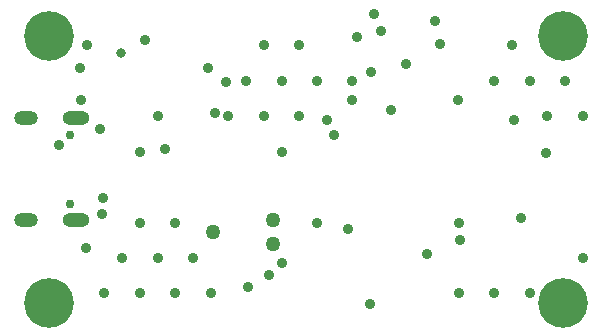
<source format=gbr>
%TF.GenerationSoftware,Altium Limited,Altium Designer,25.7.1 (20)*%
G04 Layer_Color=16711935*
%FSLAX45Y45*%
%MOMM*%
%TF.SameCoordinates,8071C31C-8A66-4455-A033-DC46DB2AE162*%
%TF.FilePolarity,Negative*%
%TF.FileFunction,Soldermask,Bot*%
%TF.Part,Single*%
G01*
G75*
%TA.AperFunction,ComponentPad*%
%ADD59C,1.27020*%
%TA.AperFunction,TestPad*%
%ADD60O,2.30320X1.20320*%
%ADD61C,0.75000*%
%ADD62O,2.00320X1.20320*%
%TA.AperFunction,ViaPad*%
%ADD63C,4.20320*%
%ADD64C,0.90320*%
%ADD65C,0.80320*%
D59*
X-787000Y-533500D02*
D03*
X-279000Y-431900D02*
D03*
Y-635100D02*
D03*
D60*
X-1951750Y-432000D02*
D03*
Y432000D02*
D03*
D61*
X-2001750Y289000D02*
D03*
Y-289000D02*
D03*
D62*
X-2369750Y432000D02*
D03*
Y-432000D02*
D03*
D63*
X2174500Y1132500D02*
D03*
X-2174500D02*
D03*
Y-1132500D02*
D03*
X2174500Y-1132500D02*
D03*
D64*
X-1720000Y-240000D02*
D03*
X-2092500Y202500D02*
D03*
X2192996Y749997D02*
D03*
X2342996Y449997D02*
D03*
Y-750003D02*
D03*
X1892996Y749997D02*
D03*
X2042996Y449997D02*
D03*
X1892996Y-1050002D02*
D03*
X1742997Y1049997D02*
D03*
X1592997Y749997D02*
D03*
Y-1050002D02*
D03*
X1292997Y-450003D02*
D03*
Y-1050002D02*
D03*
X392997Y749997D02*
D03*
X92997D02*
D03*
Y-450003D02*
D03*
X-57003Y1049997D02*
D03*
X-207003Y749997D02*
D03*
X-57003Y449997D02*
D03*
X-207003Y149997D02*
D03*
X-357003Y1049997D02*
D03*
X-507003Y749997D02*
D03*
X-357003Y449997D02*
D03*
X-657003D02*
D03*
X-807003Y-1050002D02*
D03*
X-1107003Y-450003D02*
D03*
X-957003Y-750003D02*
D03*
X-1107003Y-1050002D02*
D03*
X-1257003Y449997D02*
D03*
X-1407003Y149997D02*
D03*
Y-450003D02*
D03*
X-1257003Y-750003D02*
D03*
X-1407003Y-1050002D02*
D03*
X-1557002Y-750003D02*
D03*
X-1707002Y-1050002D02*
D03*
X-1857002Y1049997D02*
D03*
X-1865000Y-662500D02*
D03*
X-1730000Y-380000D02*
D03*
X-1742500Y340000D02*
D03*
X-1907500Y590000D02*
D03*
X-1917500Y857500D02*
D03*
X-1367500Y1092500D02*
D03*
X-675000Y742500D02*
D03*
X-827500Y862500D02*
D03*
X237500Y292500D02*
D03*
X387500Y590000D02*
D03*
X1760000Y417500D02*
D03*
X2035000Y140000D02*
D03*
X1822500Y-410000D02*
D03*
X1302500Y-595000D02*
D03*
X545000Y-1142500D02*
D03*
X-207500Y-792500D02*
D03*
X-772500Y480000D02*
D03*
X1087500Y1258800D02*
D03*
X1287500Y590000D02*
D03*
X1130000Y1062500D02*
D03*
X427500Y1125000D02*
D03*
X-1197500Y172500D02*
D03*
X637341Y1173393D02*
D03*
X577500Y1320000D02*
D03*
X352500Y-505000D02*
D03*
X180000Y417500D02*
D03*
X717500Y500000D02*
D03*
X847500Y892500D02*
D03*
X552500Y827500D02*
D03*
X1025000Y-712500D02*
D03*
X-492500Y-997500D02*
D03*
X-309987Y-897410D02*
D03*
D65*
X-1570000Y982500D02*
D03*
%TF.MD5,f7ad00d588e4b62de73c2393c13a68b7*%
M02*

</source>
